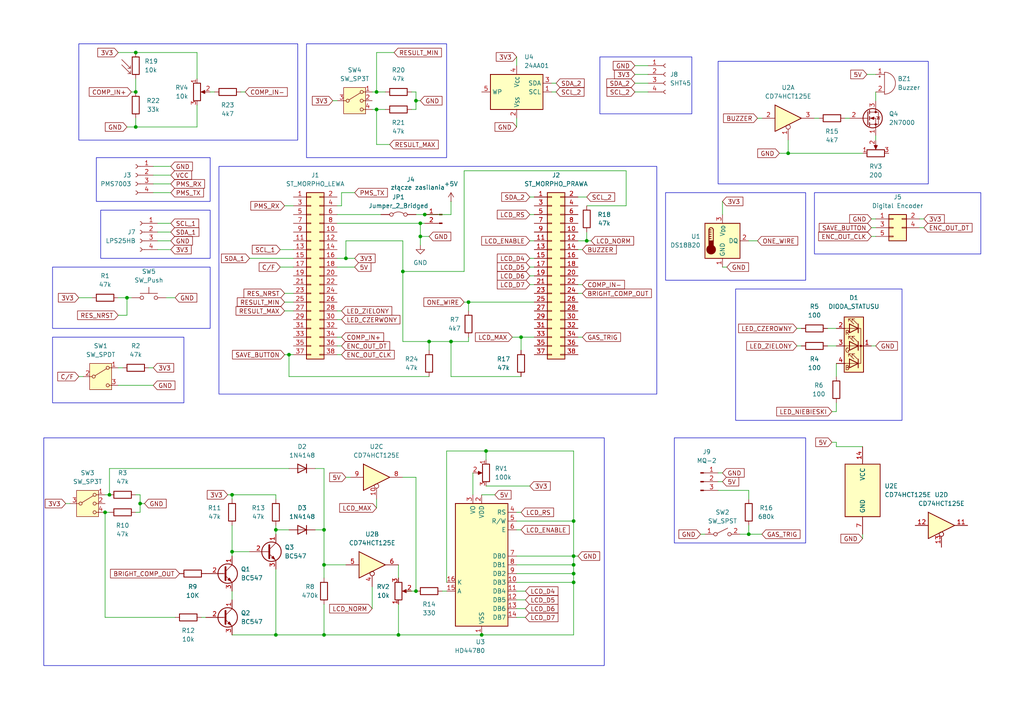
<source format=kicad_sch>
(kicad_sch (version 20231120) (generator "eeschema") (generator_version "8.0")
  (paper "A4")
  (title_block (title "Domowa stacja pogodowa ") (date "2024-10-21") (rev "1.0"))
  (lib_symbols
    (symbol "74xx:74AHCT125" (pin_names (offset 1.016))
      (property "Reference" "U" (at 0 1.27 0))
      (property "Value" "74AHCT125" (at 0 -1.27 0))
      (symbol "74AHCT125_1_0"
        (pin input inverted (at 0 -6.35 90) (length 4.445) (name "~") (number "1"))
        (pin input line (at -7.62 0 0) (length 3.81) (name "~") (number "2"))
        (pin tri_state line (at 7.62 0 180) (length 3.81) (name "~") (number "3"))
      )
      (symbol "74AHCT125_2_0"
        (pin input inverted (at 0 -6.35 90) (length 4.445) (name "~") (number "4"))
        (pin input line (at -7.62 0 0) (length 3.81) (name "~") (number "5"))
        (pin tri_state line (at 7.62 0 180) (length 3.81) (name "~") (number "6"))
      )
      (symbol "74AHCT125_3_0"
        (pin input inverted (at 0 -6.35 90) (length 4.445) (name "~") (number "10"))
        (pin tri_state line (at 7.62 0 180) (length 3.81) (name "~") (number "8"))
        (pin input line (at -7.62 0 0) (length 3.81) (name "~") (number "9"))
      )
      (symbol "74AHCT125_4_0"
        (pin tri_state line (at 7.62 0 180) (length 3.81) (name "~") (number "11"))
        (pin input line (at -7.62 0 0) (length 3.81) (name "~") (number "12"))
        (pin input inverted (at 0 -6.35 90) (length 4.445) (name "~") (number "13"))
      )
      (symbol "74AHCT125_5_0"
        (pin power_in line (at 0 12.7 270) (length 5.08) (name "VCC") (number "14"))
        (pin power_in line (at 0 -12.7 90) (length 5.08) (name "GND") (number "7"))
      )
    )
    (symbol "Connector:Conn_01x02_Pin" (pin_names (offset 1.016) hide)
      (property "Reference" "J" (at 0 2.54 0))
      (property "Value" "Conn_01x02_Pin" (at 0 -5.08 0))
      (symbol "Conn_01x02_Pin_1_1"
        (pin passive line (at 5.08 0 180) (length 3.81) (name "Pin_1") (number "1"))
        (pin passive line (at 5.08 -2.54 180) (length 3.81) (name "Pin_2") (number "2"))
      )
    )
    (symbol "Connector:Conn_01x03_Pin" (pin_names (offset 1.016) hide)
      (property "Reference" "J" (at 0 5.08 0))
      (property "Value" "Conn_01x03_Pin" (at 0 -5.08 0))
      (symbol "Conn_01x03_Pin_1_1"
        (pin passive line (at 5.08 2.54 180) (length 3.81) (name "Pin_1") (number "1"))
        (pin passive line (at 5.08 0 180) (length 3.81) (name "Pin_2") (number "2"))
        (pin passive line (at 5.08 -2.54 180) (length 3.81) (name "Pin_3") (number "3"))
      )
    )
    (symbol "Connector:Conn_01x04_Socket" (pin_names (offset 1.016) hide)
      (property "Reference" "J" (at 0 5.08 0))
      (property "Value" "Conn_01x04_Socket" (at 0 -7.62 0))
      (symbol "Conn_01x04_Socket_1_1"
        (pin passive line (at -5.08 2.54 0) (length 3.81) (name "Pin_1") (number "1"))
        (pin passive line (at -5.08 0 0) (length 3.81) (name "Pin_2") (number "2"))
        (pin passive line (at -5.08 -2.54 0) (length 3.81) (name "Pin_3") (number "3"))
        (pin passive line (at -5.08 -5.08 0) (length 3.81) (name "Pin_4") (number "4"))
      )
    )
    (symbol "Connector_Generic:Conn_02x19_Odd_Even" (pin_names (offset 1.016) hide)
      (property "Reference" "J" (at 1.27 25.4 0))
      (property "Value" "Conn_02x19_Odd_Even" (at 1.27 -25.4 0))
      (symbol "Conn_02x19_Odd_Even_1_1"
        (pin passive line (at -5.08 22.86 0) (length 3.81) (name "Pin_1") (number "1"))
        (pin passive line (at 7.62 12.7 180) (length 3.81) (name "Pin_10") (number "10"))
        (pin passive line (at -5.08 10.16 0) (length 3.81) (name "Pin_11") (number "11"))
        (pin passive line (at 7.62 10.16 180) (length 3.81) (name "Pin_12") (number "12"))
        (pin passive line (at -5.08 7.62 0) (length 3.81) (name "Pin_13") (number "13"))
        (pin passive line (at 7.62 7.62 180) (length 3.81) (name "Pin_14") (number "14"))
        (pin passive line (at -5.08 5.08 0) (length 3.81) (name "Pin_15") (number "15"))
        (pin passive line (at 7.62 5.08 180) (length 3.81) (name "Pin_16") (number "16"))
        (pin passive line (at -5.08 2.54 0) (length 3.81) (name "Pin_17") (number "17"))
        (pin passive line (at 7.62 2.54 180) (length 3.81) (name "Pin_18") (number "18"))
        (pin passive line (at -5.08 0 0) (length 3.81) (name "Pin_19") (number "19"))
        (pin passive line (at 7.62 22.86 180) (length 3.81) (name "Pin_2") (number "2"))
        (pin passive line (at 7.62 0 180) (length 3.81) (name "Pin_20") (number "20"))
        (pin passive line (at -5.08 -2.54 0) (length 3.81) (name "Pin_21") (number "21"))
        (pin passive line (at 7.62 -2.54 180) (length 3.81) (name "Pin_22") (number "22"))
        (pin passive line (at -5.08 -5.08 0) (length 3.81) (name "Pin_23") (number "23"))
        (pin passive line (at 7.62 -5.08 180) (length 3.81) (name "Pin_24") (number "24"))
        (pin passive line (at -5.08 -7.62 0) (length 3.81) (name "Pin_25") (number "25"))
        (pin passive line (at 7.62 -7.62 180) (length 3.81) (name "Pin_26") (number "26"))
        (pin passive line (at -5.08 -10.16 0) (length 3.81) (name "Pin_27") (number "27"))
        (pin passive line (at 7.62 -10.16 180) (length 3.81) (name "Pin_28") (number "28"))
        (pin passive line (at -5.08 -12.7 0) (length 3.81) (name "Pin_29") (number "29"))
        (pin passive line (at -5.08 20.32 0) (length 3.81) (name "Pin_3") (number "3"))
        (pin passive line (at 7.62 -12.7 180) (length 3.81) (name "Pin_30") (number "30"))
        (pin passive line (at -5.08 -15.24 0) (length 3.81) (name "Pin_31") (number "31"))
        (pin passive line (at 7.62 -15.24 180) (length 3.81) (name "Pin_32") (number "32"))
        (pin passive line (at -5.08 -17.78 0) (length 3.81) (name "Pin_33") (number "33"))
        (pin passive line (at 7.62 -17.78 180) (length 3.81) (name "Pin_34") (number "34"))
        (pin passive line (at -5.08 -20.32 0) (length 3.81) (name "Pin_35") (number "35"))
        (pin passive line (at 7.62 -20.32 180) (length 3.81) (name "Pin_36") (number "36"))
        (pin passive line (at -5.08 -22.86 0) (length 3.81) (name "Pin_37") (number "37"))
        (pin passive line (at 7.62 -22.86 180) (length 3.81) (name "Pin_38") (number "38"))
        (pin passive line (at 7.62 20.32 180) (length 3.81) (name "Pin_4") (number "4"))
        (pin passive line (at -5.08 17.78 0) (length 3.81) (name "Pin_5") (number "5"))
        (pin passive line (at 7.62 17.78 180) (length 3.81) (name "Pin_6") (number "6"))
        (pin passive line (at -5.08 15.24 0) (length 3.81) (name "Pin_7") (number "7"))
        (pin passive line (at 7.62 15.24 180) (length 3.81) (name "Pin_8") (number "8"))
        (pin passive line (at -5.08 12.7 0) (length 3.81) (name "Pin_9") (number "9"))
      )
    )
    (symbol "Connector_Generic:Conn_2Rows-05Pins" (pin_names (offset 1.016) hide)
      (property "Reference" "J" (at 1.27 5.08 0))
      (property "Value" "Conn_2Rows-05Pins" (at 1.27 -5.08 0))
      (symbol "Conn_2Rows-05Pins_1_1"
        (pin passive line (at -5.08 2.54 0) (length 3.81) (name "Pin_1") (number "1"))
        (pin passive line (at 7.62 2.54 180) (length 3.81) (name "Pin_2") (number "2"))
        (pin passive line (at -5.08 0 0) (length 3.81) (name "Pin_3") (number "3"))
        (pin passive line (at 7.62 0 180) (length 3.81) (name "Pin_4") (number "4"))
        (pin passive line (at -5.08 -2.54 0) (length 3.81) (name "Pin_5") (number "5"))
      )
    )
    (symbol "Device:Buzzer" (pin_names (offset 0.0254) hide)
      (property "Reference" "BZ" (at 3.81 1.27 0))
      (property "Value" "Buzzer" (at 3.81 -1.27 0))
      (symbol "Buzzer_1_1"
        (pin passive line (at -2.54 2.54 0) (length 2.54) (name "+") (number "1"))
        (pin passive line (at -2.54 -2.54 0) (length 2.54) (name "-") (number "2"))
      )
    )
    (symbol "Device:LED_KRGB" (pin_names (offset 0) hide)
      (property "Reference" "D" (at 0 9.398 0))
      (property "Value" "LED_KRGB" (at 0 -8.89 0))
      (symbol "LED_KRGB_0_0"
        (text "B" (at 1.905 -6.35 0) (effects (font (size 1.27 1.27))))
        (text "G" (at 1.905 -1.27 0) (effects (font (size 1.27 1.27))))
        (text "R" (at 1.905 3.81 0) (effects (font (size 1.27 1.27))))
      )
      (symbol "LED_KRGB_1_1"
        (pin passive line (at -5.08 0 0) (length 2.54) (name "K") (number "1"))
        (pin passive line (at 5.08 5.08 180) (length 2.54) (name "RA") (number "2"))
        (pin passive line (at 5.08 0 180) (length 2.54) (name "GA") (number "3"))
        (pin passive line (at 5.08 -5.08 180) (length 2.54) (name "BA") (number "4"))
      )
    )
    (symbol "Device:R" (pin_numbers hide) (pin_names (offset 0))
      (property "Reference" "R" (at 2.032 0 90))
      (property "Value" "R" (at 0 0 90))
      (symbol "R_1_1"
        (pin passive line (at 0 3.81 270) (length 1.27) (name "~") (number "1"))
        (pin passive line (at 0 -3.81 90) (length 1.27) (name "~") (number "2"))
      )
    )
    (symbol "Device:R_Photo" (pin_numbers hide) (pin_names (offset 0))
      (property "Reference" "R" (at 1.27 1.27 0))
      (property "Value" "R_Photo" (at 1.27 0 0))
      (symbol "R_Photo_1_1"
        (pin passive line (at 0 3.81 270) (length 1.27) (name "~") (number "1"))
        (pin passive line (at 0 -3.81 90) (length 1.27) (name "~") (number "2"))
      )
    )
    (symbol "Device:R_Potentiometer" (pin_names (offset 1.016) hide)
      (property "Reference" "RV" (at -4.445 0 90))
      (property "Value" "R_Potentiometer" (at -2.54 0 90))
      (symbol "R_Potentiometer_1_1"
        (pin passive line (at 0 3.81 270) (length 1.27) (name "1") (number "1"))
        (pin passive line (at 3.81 0 180) (length 1.27) (name "2") (number "2"))
        (pin passive line (at 0 -3.81 90) (length 1.27) (name "3") (number "3"))
      )
    )
    (symbol "Diode:1N4148" (pin_numbers hide) (pin_names hide)
      (property "Reference" "D" (at 0 2.54 0))
      (property "Value" "1N4148" (at 0 -2.54 0))
      (symbol "1N4148_1_1"
        (pin passive line (at -3.81 0 0) (length 2.54) (name "K") (number "1"))
        (pin passive line (at 3.81 0 180) (length 2.54) (name "A") (number "2"))
      )
    )
    (symbol "Display_Character:NHD-0420H1Z"
      (property "Reference" "U" (at -6.35 19.05 0))
      (property "Value" "NHD-0420H1Z" (at 5.08 19.05 0))
      (symbol "NHD-0420H1Z_1_1"
        (pin power_in line (at 0 -20.32 90) (length 2.54) (name "VSS") (number "1"))
        (pin bidirectional line (at -10.16 -5.08 0) (length 2.54) (name "DB3") (number "10"))
        (pin bidirectional line (at -10.16 -7.62 0) (length 2.54) (name "DB4") (number "11"))
        (pin bidirectional line (at -10.16 -10.16 0) (length 2.54) (name "DB5") (number "12"))
        (pin bidirectional line (at -10.16 -12.7 0) (length 2.54) (name "DB6") (number "13"))
        (pin bidirectional line (at -10.16 -15.24 0) (length 2.54) (name "DB7") (number "14"))
        (pin passive line (at 10.16 -7.62 180) (length 2.54) (name "A") (number "15"))
        (pin passive line (at 10.16 -5.08 180) (length 2.54) (name "K") (number "16"))
        (pin power_in line (at 0 20.32 270) (length 2.54) (name "VDD") (number "2"))
        (pin power_in line (at 2.54 20.32 270) (length 2.54) (name "VO") (number "3"))
        (pin input line (at -10.16 15.24 0) (length 2.54) (name "RS") (number "4"))
        (pin input line (at -10.16 12.7 0) (length 2.54) (name "R/W") (number "5"))
        (pin input line (at -10.16 10.16 0) (length 2.54) (name "E") (number "6"))
        (pin bidirectional line (at -10.16 2.54 0) (length 2.54) (name "DB0") (number "7"))
        (pin bidirectional line (at -10.16 0 0) (length 2.54) (name "DB1") (number "8"))
        (pin bidirectional line (at -10.16 -2.54 0) (length 2.54) (name "DB2") (number "9"))
      )
    )
    (symbol "Internet_sym:GND" (power) (pin_names (offset 0))
      (property "Value" "GND" (at 0 -3.81 0))
      (symbol "GND_1_1"
        (pin power_in line (at 0 0 270) (length 0) hide (name "GND") (number "1"))
      )
    )
    (symbol "Jumper:Jumper_2_Bridged" (pin_numbers hide) (pin_names (offset 0) hide) (exclude_from_sim yes)
      (property "Reference" "JP" (at 0 1.905 0))
      (property "Value" "Jumper_2_Bridged" (at 0 -2.54 0))
      (symbol "Jumper_2_Bridged_1_1"
        (pin passive line (at -5.08 0 0) (length 2.54) (name "A") (number "1"))
        (pin passive line (at 5.08 0 180) (length 2.54) (name "B") (number "2"))
      )
    )
    (symbol "Memory_EEPROM:24AA02-OT"
      (property "Reference" "U" (at -7.62 6.35 0))
      (property "Value" "24AA02-OT" (at 2.54 -6.35 0))
      (symbol "24AA02-OT_1_1"
        (pin input line (at 10.16 0 180) (length 2.54) (name "SCL") (number "1"))
        (pin power_in line (at 0 -7.62 90) (length 2.54) (name "V_{SS}") (number "2"))
        (pin bidirectional line (at 10.16 2.54 180) (length 2.54) (name "SDA") (number "3"))
        (pin power_in line (at 0 7.62 270) (length 2.54) (name "V_{CC}") (number "4"))
        (pin input line (at -10.16 0 0) (length 2.54) (name "WP") (number "5"))
      )
    )
    (symbol "Sensor_Temperature:DS18B20"
      (property "Reference" "U" (at -3.81 6.35 0))
      (property "Value" "DS18B20" (at 6.35 6.35 0))
      (symbol "DS18B20_1_1"
        (pin power_in line (at 0 -7.62 90) (length 2.54) (name "GND") (number "1"))
        (pin bidirectional line (at 7.62 0 180) (length 2.54) (name "DQ") (number "2"))
        (pin power_in line (at 0 7.62 270) (length 2.54) (name "V_{DD}") (number "3"))
      )
    )
    (symbol "Switch:SW_Push" (pin_numbers hide) (pin_names (offset 1.016) hide)
      (property "Reference" "SW" (at 1.27 2.54 0))
      (property "Value" "SW_Push" (at 0 -1.524 0))
      (symbol "SW_Push_0_1"
        (pin passive line (at -5.08 0 0) (length 2.54) (name "1") (number "1"))
        (pin passive line (at 5.08 0 180) (length 2.54) (name "2") (number "2"))
      )
    )
    (symbol "Switch:SW_SP3T" (pin_names (offset 0) hide)
      (property "Reference" "SW" (at 0 5.08 0))
      (property "Value" "SW_SP3T" (at 0 -5.08 0))
      (symbol "SW_SP3T_1_1"
        (pin passive line (at 5.08 2.54 180) (length 2.54) (name "1") (number "1"))
        (pin passive line (at 5.08 0 180) (length 2.54) (name "2") (number "2"))
        (pin passive line (at -5.08 0 0) (length 2.54) (name "3") (number "3"))
        (pin passive line (at 5.08 -2.54 180) (length 2.54) (name "4") (number "4"))
      )
    )
    (symbol "Switch:SW_SPDT" (pin_names (offset 0) hide)
      (property "Reference" "SW" (at 0 5.08 0))
      (property "Value" "SW_SPDT" (at 0 -5.08 0))
      (symbol "SW_SPDT_1_1"
        (pin passive line (at 5.08 2.54 180) (length 2.54) (name "A") (number "1"))
        (pin passive line (at -5.08 0 0) (length 2.54) (name "B") (number "2"))
        (pin passive line (at 5.08 -2.54 180) (length 2.54) (name "C") (number "3"))
      )
    )
    (symbol "Switch:SW_SPST" (pin_names (offset 0) hide)
      (property "Reference" "SW" (at 0 3.175 0))
      (property "Value" "SW_SPST" (at 0 -2.54 0))
      (symbol "SW_SPST_1_1"
        (pin passive line (at -5.08 0 0) (length 2.54) (name "A") (number "1"))
        (pin passive line (at 5.08 0 180) (length 2.54) (name "B") (number "2"))
      )
    )
    (symbol "Transistor_BJT:BC547" (pin_names (offset 0) hide)
      (property "Reference" "Q" (at 5.08 1.905 0))
      (property "Value" "BC547" (at 5.08 0 0))
      (symbol "BC547_1_1"
        (pin passive line (at 2.54 5.08 270) (length 2.54) (name "C") (number "1"))
        (pin input line (at -5.08 0 0) (length 5.08) (name "B") (number "2"))
        (pin passive line (at 2.54 -5.08 90) (length 2.54) (name "E") (number "3"))
      )
    )
    (symbol "Transistor_FET:2N7000" (pin_names hide)
      (property "Reference" "Q" (at 5.08 1.905 0))
      (property "Value" "2N7000" (at 5.08 0 0))
      (symbol "2N7000_1_1"
        (pin passive line (at 2.54 -5.08 90) (length 2.54) (name "S") (number "1"))
        (pin input line (at -5.08 0 0) (length 2.54) (name "G") (number "2"))
        (pin passive line (at 2.54 5.08 270) (length 2.54) (name "D") (number "3"))
      )
    )
    (symbol "power:+5V" (power) (pin_numbers hide) (pin_names (offset 0) hide)
      (property "Value" "+5V" (at 0 3.556 0))
      (symbol "+5V_1_1"
        (pin power_in line (at 0 0 90) (length 0) (name "~") (number "1"))
      )
    )
  )
  (junction (at 170.18 69.85))
  (junction (at 67.31 143.51))
  (junction (at 39.37 26.67))
  (junction (at 39.37 36.83))
  (junction (at 93.98 163.83))
  (junction (at 30.48 148.59))
  (junction (at 31.75 143.51))
  (junction (at 135.89 87.63))
  (junction (at 140.97 130.81))
  (junction (at 217.17 154.94))
  (junction (at 116.84 78.74))
  (junction (at 115.57 184.15))
  (junction (at 93.98 184.15))
  (junction (at 151.13 97.79))
  (junction (at 109.22 26.67))
  (junction (at 123.19 62.23))
  (junction (at 93.98 153.67))
  (junction (at 166.37 168.91))
  (junction (at 139.7 184.15))
  (junction (at 109.22 31.75))
  (junction (at 130.81 99.06))
  (junction (at 100.33 74.93))
  (junction (at 121.92 64.77))
  (junction (at 40.64 146.05))
  (junction (at 120.65 29.21))
  (junction (at 83.82 102.87))
  (junction (at 166.37 151.13))
  (junction (at 80.01 153.67))
  (junction (at 39.37 15.24))
  (junction (at 120.65 171.45))
  (junction (at 121.92 68.58))
  (junction (at 166.37 161.29))
  (junction (at 166.37 166.37))
  (junction (at 228.6 44.45))
  (junction (at 80.01 184.15))
  (junction (at 67.31 160.02))
  (junction (at 36.83 86.36))
  (junction (at 124.46 99.06))
  (junction (at 166.37 163.83))
  (wire (pts (xy 152.4 171.45) (xy 149.86 171.45)))
  (wire (pts (xy 36.83 86.36) (xy 36.83 91.44)))
  (wire (pts (xy 153.67 69.85) (xy 154.94 69.85)))
  (wire (pts (xy 152.4 176.53) (xy 149.86 176.53)))
  (wire (pts (xy 109.22 31.75) (xy 109.22 41.91)))
  (wire (pts (xy 80.01 184.15) (xy 93.98 184.15)))
  (wire (pts (xy 170.18 59.69) (xy 181.61 59.69)))
  (wire (pts (xy 44.45 55.88) (xy 49.53 55.88)))
  (wire (pts (xy 30.48 143.51) (xy 31.75 143.51)))
  (wire (pts (xy 152.4 173.99) (xy 149.86 173.99)))
  (wire (pts (xy 119.38 31.75) (xy 120.65 31.75)))
  (wire (pts (xy 120.65 138.43) (xy 120.65 171.45)))
  (wire (pts (xy 30.48 148.59) (xy 30.48 179.07)))
  (wire (pts (xy 57.15 30.48) (xy 57.15 36.83)))
  (wire (pts (xy 121.92 64.77) (xy 123.19 64.77)))
  (wire (pts (xy 252.73 66.04) (xy 254 66.04)))
  (wire (pts (xy 266.7 63.5) (xy 267.97 63.5)))
  (wire (pts (xy 80.01 165.1) (xy 80.01 184.15)))
  (wire (pts (xy 71.12 26.67) (xy 69.85 26.67)))
  (wire (pts (xy 153.67 62.23) (xy 154.94 62.23)))
  (wire (pts (xy 67.31 143.51) (xy 66.04 143.51)))
  (wire (pts (xy 109.22 144.78) (xy 109.22 147.32)))
  (wire (pts (xy 236.22 34.29) (xy 237.49 34.29)))
  (wire (pts (xy 124.46 68.58) (xy 121.92 68.58)))
  (wire (pts (xy 109.22 41.91) (xy 113.03 41.91)))
  (wire (pts (xy 80.01 143.51) (xy 67.31 143.51)))
  (wire (pts (xy 93.98 184.15) (xy 115.57 184.15)))
  (wire (pts (xy 107.95 170.18) (xy 107.95 176.53)))
  (wire (pts (xy 242.57 116.84) (xy 242.57 119.38)))
  (wire (pts (xy 209.55 77.47) (xy 210.82 77.47)))
  (wire (pts (xy 184.15 26.67) (xy 187.96 26.67)))
  (wire (pts (xy 80.01 184.15) (xy 67.31 184.15)))
  (wire (pts (xy 72.39 74.93) (xy 85.09 74.93)))
  (wire (pts (xy 116.84 99.06) (xy 124.46 99.06)))
  (wire (pts (xy 217.17 154.94) (xy 220.98 154.94)))
  (wire (pts (xy 109.22 15.24) (xy 114.3 15.24)))
  (wire (pts (xy 240.03 95.25) (xy 242.57 95.25)))
  (wire (pts (xy 109.22 31.75) (xy 111.76 31.75)))
  (wire (pts (xy 130.81 62.23) (xy 123.19 62.23)))
  (wire (pts (xy 166.37 184.15) (xy 166.37 168.91)))
  (wire (pts (xy 82.55 87.63) (xy 85.09 87.63)))
  (wire (pts (xy 149.86 168.91) (xy 166.37 168.91)))
  (wire (pts (xy 130.81 58.42) (xy 130.81 62.23)))
  (wire (pts (xy 83.82 135.89) (xy 31.75 135.89)))
  (wire (pts (xy 22.86 109.22) (xy 24.13 109.22)))
  (wire (pts (xy 166.37 163.83) (xy 166.37 161.29)))
  (wire (pts (xy 129.54 130.81) (xy 140.97 130.81)))
  (wire (pts (xy 40.64 143.51) (xy 39.37 143.51)))
  (wire (pts (xy 232.41 100.33) (xy 231.14 100.33)))
  (wire (pts (xy 232.41 95.25) (xy 231.14 95.25)))
  (wire (pts (xy 57.15 22.86) (xy 57.15 15.24)))
  (wire (pts (xy 82.55 102.87) (xy 83.82 102.87)))
  (wire (pts (xy 217.17 154.94) (xy 214.63 154.94)))
  (wire (pts (xy 39.37 26.67) (xy 38.1 26.67)))
  (wire (pts (xy 83.82 109.22) (xy 83.82 102.87)))
  (wire (pts (xy 120.65 26.67) (xy 120.65 29.21)))
  (wire (pts (xy 48.26 86.36) (xy 50.8 86.36)))
  (wire (pts (xy 120.65 26.67) (xy 119.38 26.67)))
  (wire (pts (xy 252.73 63.5) (xy 254 63.5)))
  (wire (pts (xy 135.89 87.63) (xy 154.94 87.63)))
  (wire (pts (xy 242.57 105.41) (xy 242.57 109.22)))
  (wire (pts (xy 217.17 142.24) (xy 217.17 144.78)))
  (wire (pts (xy 100.33 74.93) (xy 100.33 69.85)))
  (wire (pts (xy 153.67 80.01) (xy 154.94 80.01)))
  (wire (pts (xy 208.28 142.24) (xy 217.17 142.24)))
  (wire (pts (xy 153.67 74.93) (xy 154.94 74.93)))
  (wire (pts (xy 30.48 179.07) (xy 50.8 179.07)))
  (wire (pts (xy 167.64 82.55) (xy 168.91 82.55)))
  (wire (pts (xy 240.03 100.33) (xy 242.57 100.33)))
  (wire (pts (xy 93.98 184.15) (xy 93.98 175.26)))
  (wire (pts (xy 109.22 26.67) (xy 111.76 26.67)))
  (wire (pts (xy 67.31 152.4) (xy 67.31 160.02)))
  (wire (pts (xy 137.16 137.16) (xy 137.16 143.51)))
  (wire (pts (xy 241.3 128.27) (xy 242.57 128.27)))
  (wire (pts (xy 39.37 22.86) (xy 39.37 26.67)))
  (wire (pts (xy 82.55 90.17) (xy 85.09 90.17)))
  (wire (pts (xy 39.37 34.29) (xy 39.37 36.83)))
  (wire (pts (xy 97.79 62.23) (xy 110.49 62.23)))
  (wire (pts (xy 19.05 146.05) (xy 20.32 146.05)))
  (wire (pts (xy 252.73 68.58) (xy 254 68.58)))
  (wire (pts (xy 151.13 153.67) (xy 149.86 153.67)))
  (wire (pts (xy 149.86 166.37) (xy 166.37 166.37)))
  (wire (pts (xy 151.13 109.22) (xy 130.81 109.22)))
  (wire (pts (xy 93.98 153.67) (xy 93.98 163.83)))
  (wire (pts (xy 181.61 59.69) (xy 181.61 49.53)))
  (wire (pts (xy 116.84 78.74) (xy 116.84 99.06)))
  (wire (pts (xy 82.55 85.09) (xy 85.09 85.09)))
  (wire (pts (xy 167.64 69.85) (xy 170.18 69.85)))
  (wire (pts (xy 34.29 91.44) (xy 36.83 91.44)))
  (wire (pts (xy 121.92 68.58) (xy 121.92 64.77)))
  (wire (pts (xy 99.06 55.88) (xy 99.06 59.69)))
  (wire (pts (xy 44.45 50.8) (xy 49.53 50.8)))
  (wire (pts (xy 149.86 161.29) (xy 166.37 161.29)))
  (wire (pts (xy 45.72 72.39) (xy 49.53 72.39)))
  (wire (pts (xy 115.57 184.15) (xy 139.7 184.15)))
  (wire (pts (xy 97.79 92.71) (xy 99.06 92.71)))
  (wire (pts (xy 115.57 175.26) (xy 115.57 184.15)))
  (wire (pts (xy 167.64 97.79) (xy 168.91 97.79)))
  (wire (pts (xy 107.95 26.67) (xy 109.22 26.67)))
  (wire (pts (xy 99.06 59.69) (xy 97.79 59.69)))
  (wire (pts (xy 226.06 44.45) (xy 228.6 44.45)))
  (wire (pts (xy 266.7 66.04) (xy 267.97 66.04)))
  (wire (pts (xy 81.28 72.39) (xy 85.09 72.39)))
  (wire (pts (xy 100.33 74.93) (xy 102.87 74.93)))
  (wire (pts (xy 209.55 58.42) (xy 209.55 62.23)))
  (wire (pts (xy 254 26.67) (xy 254 29.21)))
  (wire (pts (xy 67.31 160.02) (xy 72.39 160.02)))
  (wire (pts (xy 116.84 69.85) (xy 116.84 78.74)))
  (wire (pts (xy 97.79 97.79) (xy 99.06 97.79)))
  (wire (pts (xy 124.46 99.06) (xy 130.81 99.06)))
  (wire (pts (xy 44.45 53.34) (xy 49.53 53.34)))
  (wire (pts (xy 97.79 90.17) (xy 99.06 90.17)))
  (wire (pts (xy 97.79 64.77) (xy 121.92 64.77)))
  (wire (pts (xy 67.31 171.45) (xy 67.31 173.99)))
  (wire (pts (xy 208.28 137.16) (xy 209.55 137.16)))
  (wire (pts (xy 124.46 99.06) (xy 124.46 101.6)))
  (wire (pts (xy 91.44 135.89) (xy 93.98 135.89)))
  (wire (pts (xy 151.13 148.59) (xy 149.86 148.59)))
  (wire (pts (xy 184.15 24.13) (xy 187.96 24.13)))
  (wire (pts (xy 97.79 74.93) (xy 100.33 74.93)))
  (wire (pts (xy 82.55 59.69) (xy 85.09 59.69)))
  (wire (pts (xy 228.6 44.45) (xy 250.19 44.45)))
  (wire (pts (xy 166.37 168.91) (xy 166.37 166.37)))
  (wire (pts (xy 228.6 40.64) (xy 228.6 44.45)))
  (wire (pts (xy 120.65 29.21) (xy 120.65 31.75)))
  (wire (pts (xy 140.97 130.81) (xy 166.37 130.81)))
  (wire (pts (xy 36.83 36.83) (xy 39.37 36.83)))
  (wire (pts (xy 100.33 138.43) (xy 101.6 138.43)))
  (wire (pts (xy 140.97 140.97) (xy 153.67 140.97)))
  (wire (pts (xy 184.15 21.59) (xy 187.96 21.59)))
  (wire (pts (xy 107.95 31.75) (xy 109.22 31.75)))
  (wire (pts (xy 129.54 168.91) (xy 129.54 130.81)))
  (wire (pts (xy 167.64 72.39) (xy 168.91 72.39)))
  (wire (pts (xy 208.28 139.7) (xy 209.55 139.7)))
  (wire (pts (xy 203.2 154.94) (xy 204.47 154.94)))
  (wire (pts (xy 139.7 143.51) (xy 143.51 143.51)))
  (wire (pts (xy 80.01 154.94) (xy 80.01 153.67)))
  (wire (pts (xy 149.86 34.29) (xy 149.86 36.83)))
  (wire (pts (xy 152.4 179.07) (xy 149.86 179.07)))
  (wire (pts (xy 100.33 69.85) (xy 116.84 69.85)))
  (wire (pts (xy 43.18 106.68) (xy 44.45 106.68)))
  (wire (pts (xy 39.37 148.59) (xy 40.64 148.59)))
  (wire (pts (xy 83.82 102.87) (xy 85.09 102.87)))
  (wire (pts (xy 34.29 106.68) (xy 35.56 106.68)))
  (wire (pts (xy 167.64 85.09) (xy 168.91 85.09)))
  (wire (pts (xy 134.62 49.53) (xy 134.62 78.74)))
  (wire (pts (xy 115.57 163.83) (xy 115.57 167.64)))
  (wire (pts (xy 242.57 129.54) (xy 250.19 129.54)))
  (wire (pts (xy 116.84 138.43) (xy 120.65 138.43)))
  (wire (pts (xy 134.62 78.74) (xy 116.84 78.74)))
  (wire (pts (xy 118.11 171.45) (xy 120.65 171.45)))
  (wire (pts (xy 151.13 97.79) (xy 154.94 97.79)))
  (wire (pts (xy 45.72 67.31) (xy 49.53 67.31)))
  (wire (pts (xy 242.57 129.54) (xy 242.57 128.27)))
  (wire (pts (xy 120.65 29.21) (xy 121.92 29.21)))
  (wire (pts (xy 160.02 24.13) (xy 161.29 24.13)))
  (wire (pts (xy 45.72 69.85) (xy 49.53 69.85)))
  (wire (pts (xy 151.13 97.79) (xy 151.13 101.6)))
  (wire (pts (xy 39.37 36.83) (xy 57.15 36.83)))
  (wire (pts (xy 80.01 153.67) (xy 83.82 153.67)))
  (wire (pts (xy 120.65 62.23) (xy 123.19 62.23)))
  (wire (pts (xy 217.17 69.85) (xy 219.71 69.85)))
  (wire (pts (xy 96.52 29.21) (xy 97.79 29.21)))
  (wire (pts (xy 245.11 34.29) (xy 246.38 34.29)))
  (wire (pts (xy 81.28 77.47) (xy 85.09 77.47)))
  (wire (pts (xy 251.46 21.59) (xy 254 21.59)))
  (wire (pts (xy 160.02 26.67) (xy 161.29 26.67)))
  (wire (pts (xy 109.22 26.67) (xy 109.22 15.24)))
  (wire (pts (xy 97.79 100.33) (xy 99.06 100.33)))
  (wire (pts (xy 44.45 48.26) (xy 49.53 48.26)))
  (wire (pts (xy 140.97 133.35) (xy 140.97 130.81)))
  (wire (pts (xy 40.64 146.05) (xy 41.91 146.05)))
  (wire (pts (xy 124.46 109.22) (xy 83.82 109.22)))
  (wire (pts (xy 139.7 184.15) (xy 166.37 184.15)))
  (wire (pts (xy 252.73 100.33) (xy 254 100.33)))
  (wire (pts (xy 166.37 130.81) (xy 166.37 151.13)))
  (wire (pts (xy 149.86 16.51) (xy 149.86 19.05)))
  (wire (pts (xy 58.42 179.07) (xy 59.69 179.07)))
  (wire (pts (xy 167.64 57.15) (xy 170.18 57.15)))
  (wire (pts (xy 22.86 86.36) (xy 26.67 86.36)))
  (wire (pts (xy 67.31 160.02) (xy 67.31 161.29)))
  (wire (pts (xy 184.15 19.05) (xy 187.96 19.05)))
  (wire (pts (xy 91.44 153.67) (xy 93.98 153.67)))
  (wire (pts (xy 134.62 87.63) (xy 135.89 87.63)))
  (wire (pts (xy 166.37 151.13) (xy 166.37 161.29)))
  (wire (pts (xy 148.59 97.79) (xy 151.13 97.79)))
  (wire (pts (xy 36.83 86.36) (xy 38.1 86.36)))
  (wire (pts (xy 40.64 146.05) (xy 40.64 148.59)))
  (wire (pts (xy 97.79 102.87) (xy 99.06 102.87)))
  (wire (pts (xy 93.98 135.89) (xy 93.98 153.67)))
  (wire (pts (xy 135.89 99.06) (xy 135.89 97.79)))
  (wire (pts (xy 34.29 86.36) (xy 36.83 86.36)))
  (wire (pts (xy 45.72 64.77) (xy 49.53 64.77)))
  (wire (pts (xy 149.86 151.13) (xy 166.37 151.13)))
  (wire (pts (xy 254 39.37) (xy 254 40.64)))
  (wire (pts (xy 130.81 99.06) (xy 135.89 99.06)))
  (wire (pts (xy 153.67 77.47) (xy 154.94 77.47)))
  (wire (pts (xy 40.64 143.51) (xy 40.64 146.05)))
  (wire (pts (xy 217.17 152.4) (xy 217.17 154.94)))
  (wire (pts (xy 166.37 166.37) (xy 166.37 163.83)))
  (wire (pts (xy 97.79 77.47) (xy 102.87 77.47)))
  (wire (pts (xy 93.98 163.83) (xy 100.33 163.83)))
  (wire (pts (xy 34.29 111.76) (xy 44.45 111.76)))
  (wire (pts (xy 93.98 163.83) (xy 93.98 167.64)))
  (wire (pts (xy 170.18 69.85) (xy 171.45 69.85)))
  (wire (pts (xy 62.23 26.67) (xy 60.96 26.67)))
  (wire (pts (xy 34.29 15.24) (xy 39.37 15.24)))
  (wire (pts (xy 181.61 49.53) (xy 134.62 49.53)))
  (wire (pts (xy 80.01 153.67) (xy 80.01 152.4)))
  (wire (pts (xy 128.27 171.45) (xy 129.54 171.45)))
  (wire (pts (xy 130.81 109.22) (xy 130.81 99.06)))
  (wire (pts (xy 80.01 143.51) (xy 80.01 144.78)))
  (wire (pts (xy 219.71 34.29) (xy 220.98 34.29)))
  (wire (pts (xy 242.57 119.38) (xy 241.3 119.38)))
  (wire (pts (xy 67.31 143.51) (xy 67.31 144.78)))
  (wire (pts (xy 135.89 87.63) (xy 135.89 90.17)))
  (wire (pts (xy 99.06 55.88) (xy 102.87 55.88)))
  (wire (pts (xy 153.67 57.15) (xy 154.94 57.15)))
  (wire (pts (xy 153.67 82.55) (xy 154.94 82.55)))
  (wire (pts (xy 57.15 15.24) (xy 39.37 15.24)))
  (wire (pts (xy 170.18 67.31) (xy 170.18 69.85)))
  (wire (pts (xy 121.92 68.58) (xy 121.92 71.12)))
  (wire (pts (xy 167.64 161.29) (xy 166.37 161.29)))
  (wire (pts (xy 31.75 148.59) (xy 30.48 148.59)))
  (wire (pts (xy 250.19 154.94) (xy 250.19 156.21)))
  (wire (pts (xy 31.75 135.89) (xy 31.75 143.51)))
  (wire (pts (xy 149.86 163.83) (xy 166.37 163.83)))
  (rectangle (start 63.5 48.26) (end 190.5 114.3))
  (rectangle (start 29.21 60.96) (end 60.96 74.93))
  (rectangle (start 27.94 45.72) (end 60.96 58.42))
  (rectangle (start 12.7 127) (end 175.26 193.04))
  (rectangle (start 88.9 12.7) (end 129.54 45.72))
  (rectangle (start 92.71 53.34) (end 92.71 53.34))
  (rectangle (start 15.24 97.79) (end 53.34 116.84))
  (rectangle (start 95.25 53.34) (end 95.25 53.34))
  (rectangle (start 195.58 127) (end 233.68 157.48))
  (rectangle (start 22.86 12.7) (end 86.36 40.64))
  (rectangle (start 236.22 55.88) (end 284.48 73.66))
  (rectangle (start 208.28 17.78) (end 269.24 53.34))
  (rectangle (start 193.04 55.88) (end 233.68 81.28))
  (rectangle (start 92.71 53.34) (end 92.71 53.34))
  (rectangle (start 173.99 16.51) (end 200.66 33.02))
  (rectangle (start 213.36 83.82) (end 261.62 121.92))
  (rectangle (start 15.24 77.47) (end 60.96 95.25))
  (global_label "SDA_2" (shape input) (at 153.67 57.15 180) (property "Intersheetrefs" "${INTERSHEET_REFS}" (effects (hide yes))))
  (global_label "SCL_2" (shape input) (at 184.15 26.67 180) (property "Intersheetrefs" "${INTERSHEET_REFS}" (effects (hide yes))))
  (global_label "RESULT_MAX" (shape input) (at 82.55 90.17 180) (property "Intersheetrefs" "${INTERSHEET_REFS}" (effects (hide yes))))
  (global_label "GND" (shape input) (at 254 100.33 0) (property "Intersheetrefs" "${INTERSHEET_REFS}" (effects (hide yes))))
  (global_label "LCD_RS" (shape input) (at 151.13 148.59 0) (property "Intersheetrefs" "${INTERSHEET_REFS}" (effects (hide yes))))
  (global_label "LED_CZEROWNY" (shape input) (at 231.14 95.25 180) (property "Intersheetrefs" "${INTERSHEET_REFS}" (effects (hide yes))))
  (global_label "SDA_1" (shape input) (at 49.53 67.31 0) (property "Intersheetrefs" "${INTERSHEET_REFS}" (effects (hide yes))))
  (global_label "COMP_IN+" (shape input) (at 38.1 26.67 180) (property "Intersheetrefs" "${INTERSHEET_REFS}" (effects (hide yes))))
  (global_label "ENC_OUT_DT" (shape input) (at 99.06 100.33 0) (property "Intersheetrefs" "${INTERSHEET_REFS}" (effects (hide yes))))
  (global_label "5V" (shape input) (at 251.46 21.59 180) (property "Intersheetrefs" "${INTERSHEET_REFS}" (effects (hide yes))))
  (global_label "GND" (shape input) (at 44.45 111.76 0) (property "Intersheetrefs" "${INTERSHEET_REFS}" (effects (hide yes))))
  (global_label "PMS_TX" (shape input) (at 102.87 55.88 0) (property "Intersheetrefs" "${INTERSHEET_REFS}" (effects (hide yes))))
  (global_label "LCD_D7" (shape input) (at 153.67 82.55 180) (property "Intersheetrefs" "${INTERSHEET_REFS}" (effects (hide yes))))
  (global_label "3V3" (shape input) (at 19.05 146.05 180) (property "Intersheetrefs" "${INTERSHEET_REFS}" (effects (hide yes))))
  (global_label "3V3" (shape input) (at 102.87 74.93 0) (property "Intersheetrefs" "${INTERSHEET_REFS}" (effects (hide yes))))
  (global_label "SCL_2" (shape input) (at 170.18 57.15 0) (property "Intersheetrefs" "${INTERSHEET_REFS}" (effects (hide yes))))
  (global_label "GND" (shape input) (at 210.82 77.47 0) (property "Intersheetrefs" "${INTERSHEET_REFS}" (effects (hide yes))))
  (global_label "3V3" (shape input) (at 34.29 15.24 180) (property "Intersheetrefs" "${INTERSHEET_REFS}" (effects (hide yes))))
  (global_label "BRIGHT_COMP_OUT" (shape input) (at 168.91 85.09 0) (property "Intersheetrefs" "${INTERSHEET_REFS}" (effects (hide yes))))
  (global_label "LCD_D4" (shape input) (at 153.67 74.93 180) (property "Intersheetrefs" "${INTERSHEET_REFS}" (effects (hide yes))))
  (global_label "ENC_OUT_DT" (shape input) (at 267.97 66.04 0) (property "Intersheetrefs" "${INTERSHEET_REFS}" (effects (hide yes))))
  (global_label "LCD_RS" (shape input) (at 153.67 62.23 180) (property "Intersheetrefs" "${INTERSHEET_REFS}" (effects (hide yes))))
  (global_label "LCD_MAX" (shape input) (at 148.59 97.79 180) (property "Intersheetrefs" "${INTERSHEET_REFS}" (effects (hide yes))))
  (global_label "5V" (shape input) (at 102.87 77.47 0) (property "Intersheetrefs" "${INTERSHEET_REFS}" (effects (hide yes))))
  (global_label "GAS_TRIG" (shape input) (at 220.98 154.94 0) (property "Intersheetrefs" "${INTERSHEET_REFS}" (effects (hide yes))))
  (global_label "GND" (shape input) (at 252.73 63.5 180) (property "Intersheetrefs" "${INTERSHEET_REFS}" (effects (hide yes))))
  (global_label "3V3" (shape input) (at 96.52 29.21 180) (property "Intersheetrefs" "${INTERSHEET_REFS}" (effects (hide yes))))
  (global_label "GND" (shape input) (at 209.55 137.16 0) (property "Intersheetrefs" "${INTERSHEET_REFS}" (effects (hide yes))))
  (global_label "GAS_TRIG" (shape input) (at 168.91 97.79 0) (property "Intersheetrefs" "${INTERSHEET_REFS}" (effects (hide yes))))
  (global_label "GND" (shape input) (at 167.64 161.29 0) (property "Intersheetrefs" "${INTERSHEET_REFS}" (effects (hide yes))))
  (global_label "3V3" (shape input) (at 49.53 72.39 0) (property "Intersheetrefs" "${INTERSHEET_REFS}" (effects (hide yes))))
  (global_label "SDA_2" (shape input) (at 184.15 24.13 180) (property "Intersheetrefs" "${INTERSHEET_REFS}" (effects (hide yes))))
  (global_label "5V" (shape input) (at 100.33 138.43 180) (property "Intersheetrefs" "${INTERSHEET_REFS}" (effects (hide yes))))
  (global_label "LCD_D4" (shape input) (at 152.4 171.45 0) (property "Intersheetrefs" "${INTERSHEET_REFS}" (effects (hide yes))))
  (global_label "GND" (shape input) (at 36.83 36.83 180) (property "Intersheetrefs" "${INTERSHEET_REFS}" (effects (hide yes))))
  (global_label "VCC" (shape input) (at 49.53 50.8 0) (property "Intersheetrefs" "${INTERSHEET_REFS}" (effects (hide yes))))
  (global_label "PMS_TX" (shape input) (at 49.53 55.88 0) (property "Intersheetrefs" "${INTERSHEET_REFS}" (effects (hide yes))))
  (global_label "BUZZER" (shape input) (at 168.91 72.39 0) (property "Intersheetrefs" "${INTERSHEET_REFS}" (effects (hide yes))))
  (global_label "GND" (shape input) (at 184.15 19.05 180) (property "Intersheetrefs" "${INTERSHEET_REFS}" (effects (hide yes))))
  (global_label "C{slash}F" (shape input) (at 22.86 109.22 180) (property "Intersheetrefs" "${INTERSHEET_REFS}" (effects (hide yes))))
  (global_label "3V3" (shape input) (at 44.45 106.68 0) (property "Intersheetrefs" "${INTERSHEET_REFS}" (effects (hide yes))))
  (global_label "ONE_WIRE" (shape input) (at 134.62 87.63 180) (property "Intersheetrefs" "${INTERSHEET_REFS}" (effects (hide yes))))
  (global_label "C{slash}F" (shape input) (at 81.28 77.47 180) (property "Intersheetrefs" "${INTERSHEET_REFS}" (effects (hide yes))))
  (global_label "GND" (shape input) (at 226.06 44.45 180) (property "Intersheetrefs" "${INTERSHEET_REFS}" (effects (hide yes))))
  (global_label "LCD_D6" (shape input) (at 153.67 80.01 180) (property "Intersheetrefs" "${INTERSHEET_REFS}" (effects (hide yes))))
  (global_label "3V3" (shape input) (at 209.55 58.42 0) (property "Intersheetrefs" "${INTERSHEET_REFS}" (effects (hide yes))))
  (global_label "LCD_NORM" (shape input) (at 107.95 176.53 180) (property "Intersheetrefs" "${INTERSHEET_REFS}" (effects (hide yes))))
  (global_label "GND" (shape input) (at 250.19 156.21 180) (property "Intersheetrefs" "${INTERSHEET_REFS}" (effects (hide yes))))
  (global_label "PMS_RX" (shape input) (at 82.55 59.69 180) (property "Intersheetrefs" "${INTERSHEET_REFS}" (effects (hide yes))))
  (global_label "GND" (shape input) (at 41.91 146.05 0) (property "Intersheetrefs" "${INTERSHEET_REFS}" (effects (hide yes))))
  (global_label "SCL_1" (shape input) (at 49.53 64.77 0) (property "Intersheetrefs" "${INTERSHEET_REFS}" (effects (hide yes))))
  (global_label "LCD_NORM" (shape input) (at 171.45 69.85 0) (property "Intersheetrefs" "${INTERSHEET_REFS}" (effects (hide yes))))
  (global_label "LED_ZIELONY" (shape input) (at 99.06 90.17 0) (property "Intersheetrefs" "${INTERSHEET_REFS}" (effects (hide yes))))
  (global_label "LCD_ENABLE" (shape input) (at 151.13 153.67 0) (property "Intersheetrefs" "${INTERSHEET_REFS}" (effects (hide yes))))
  (global_label "GND" (shape input) (at 49.53 69.85 0) (property "Intersheetrefs" "${INTERSHEET_REFS}" (effects (hide yes))))
  (global_label "3V3" (shape input) (at 22.86 86.36 180) (property "Intersheetrefs" "${INTERSHEET_REFS}" (effects (hide yes))))
  (global_label "GND" (shape input) (at 50.8 86.36 0) (property "Intersheetrefs" "${INTERSHEET_REFS}" (effects (hide yes))))
  (global_label "GND" (shape input) (at 203.2 154.94 180) (property "Intersheetrefs" "${INTERSHEET_REFS}" (effects (hide yes))))
  (global_label "5V" (shape input) (at 241.3 128.27 180) (property "Intersheetrefs" "${INTERSHEET_REFS}" (effects (hide yes))))
  (global_label "GND" (shape input) (at 149.86 36.83 180) (property "Intersheetrefs" "${INTERSHEET_REFS}" (effects (hide yes))))
  (global_label "ONE_WIRE" (shape input) (at 219.71 69.85 0) (property "Intersheetrefs" "${INTERSHEET_REFS}" (effects (hide yes))))
  (global_label "5V" (shape input) (at 209.55 139.7 0) (property "Intersheetrefs" "${INTERSHEET_REFS}" (effects (hide yes))))
  (global_label "ENC_OUT_CLK" (shape input) (at 252.73 68.58 180) (property "Intersheetrefs" "${INTERSHEET_REFS}" (effects (hide yes))))
  (global_label "COMP_IN+" (shape input) (at 99.06 97.79 0) (property "Intersheetrefs" "${INTERSHEET_REFS}" (effects (hide yes))))
  (global_label "GND" (shape input) (at 124.46 68.58 0) (property "Intersheetrefs" "${INTERSHEET_REFS}" (effects (hide yes))))
  (global_label "COMP_IN-" (shape input) (at 71.12 26.67 0) (property "Intersheetrefs" "${INTERSHEET_REFS}" (effects (hide yes))))
  (global_label "SCL_1" (shape input) (at 81.28 72.39 180) (property "Intersheetrefs" "${INTERSHEET_REFS}" (effects (hide yes))))
  (global_label "3V3" (shape input) (at 184.15 21.59 180) (property "Intersheetrefs" "${INTERSHEET_REFS}" (effects (hide yes))))
  (global_label "PMS_RX" (shape input) (at 49.53 53.34 0) (property "Intersheetrefs" "${INTERSHEET_REFS}" (effects (hide yes))))
  (global_label "LED_NIEBIESKI" (shape input) (at 241.3 119.38 180) (property "Intersheetrefs" "${INTERSHEET_REFS}" (effects (hide yes))))
  (global_label "SDA_2" (shape input) (at 161.29 24.13 0) (property "Intersheetrefs" "${INTERSHEET_REFS}" (effects (hide yes))))
  (global_label "RES_NRST" (shape input) (at 34.29 91.44 180) (property "Intersheetrefs" "${INTERSHEET_REFS}" (effects (hide yes))))
  (global_label "GND" (shape input) (at 49.53 48.26 0) (property "Intersheetrefs" "${INTERSHEET_REFS}" (effects (hide yes))))
  (global_label "RES_NRST" (shape input) (at 82.55 85.09 180) (property "Intersheetrefs" "${INTERSHEET_REFS}" (effects (hide yes))))
  (global_label "SDA_1" (shape input) (at 72.39 74.93 180) (property "Intersheetrefs" "${INTERSHEET_REFS}" (effects (hide yes))))
  (global_label "3V3" (shape input) (at 66.04 143.51 180) (property "Intersheetrefs" "${INTERSHEET_REFS}" (effects (hide yes))))
  (global_label "RESULT_MAX" (shape input) (at 113.03 41.91 0) (property "Intersheetrefs" "${INTERSHEET_REFS}" (effects (hide yes))))
  (global_label "LED_ZIELONY" (shape input) (at 231.14 100.33 180) (property "Intersheetrefs" "${INTERSHEET_REFS}" (effects (hide yes))))
  (global_label "GND" (shape input) (at 121.92 29.21 0) (property "Intersheetrefs" "${INTERSHEET_REFS}" (effects (hide yes))))
  (global_label "BUZZER" (shape input) (at 219.71 34.29 180) (property "Intersheetrefs" "${INTERSHEET_REFS}" (effects (hide yes))))
  (global_label "SAVE_BUTTON" (shape input) (at 252.73 66.04 180) (property "Intersheetrefs" "${INTERSHEET_REFS}" (effects (hide yes))))
  (global_label "5V" (shape input) (at 143.51 143.51 0) (property "Intersheetrefs" "${INTERSHEET_REFS}" (effects (hide yes))))
  (global_label "3V3" (shape input) (at 153.67 140.97 0) (property "Intersheetrefs" "${INTERSHEET_REFS}" (effects (hide yes))))
  (global_label "ENC_OUT_CLK" (shape input) (at 99.06 102.87 0) (property "Intersheetrefs" "${INTERSHEET_REFS}" (effects (hide yes))))
  (global_label "COMP_IN-" (shape input) (at 168.91 82.55 0) (property "Intersheetrefs" "${INTERSHEET_REFS}" (effects (hide yes))))
  (global_label "SAVE_BUTTON" (shape input) (at 82.55 102.87 180) (property "Intersheetrefs" "${INTERSHEET_REFS}" (effects (hide yes))))
  (global_label "SCL_2" (shape input) (at 161.29 26.67 0) (property "Intersheetrefs" "${INTERSHEET_REFS}" (effects (hide yes))))
  (global_label "RESULT_MIN" (shape input) (at 82.55 87.63 180) (property "Intersheetrefs" "${INTERSHEET_REFS}" (effects (hide yes))))
  (global_label "LCD_D7" (shape input) (at 152.4 179.07 0) (property "Intersheetrefs" "${INTERSHEET_REFS}" (effects (hide yes))))
  (global_label "LCD_ENABLE" (shape input) (at 153.67 69.85 180) (property "Intersheetrefs" "${INTERSHEET_REFS}" (effects (hide yes))))
  (global_label "LCD_D6" (shape input) (at 152.4 176.53 0) (property "Intersheetrefs" "${INTERSHEET_REFS}" (effects (hide yes))))
  (global_label "RESULT_MIN" (shape input) (at 114.3 15.24 0) (property "Intersheetrefs" "${INTERSHEET_REFS}" (effects (hide yes))))
  (global_label "3V3" (shape input) (at 267.97 63.5 0) (property "Intersheetrefs" "${INTERSHEET_REFS}" (effects (hide yes))))
  (global_label "LCD_MAX" (shape input) (at 109.22 147.32 180) (property "Intersheetrefs" "${INTERSHEET_REFS}" (effects (hide yes))))
  (global_label "LCD_D5" (shape input) (at 153.67 77.47 180) (property "Intersheetrefs" "${INTERSHEET_REFS}" (effects (hide yes))))
  (global_label "3V3" (shape input) (at 149.86 16.51 180) (property "Intersheetrefs" "${INTERSHEET_REFS}" (effects (hide yes))))
  (global_label "LED_CZERWONY" (shape input) (at 99.06 92.71 0) (property "Intersheetrefs" "${INTERSHEET_REFS}" (effects (hide yes))))
  (global_label "BRIGHT_COMP_OUT" (shape input) (at 52.07 166.37 180) (property "Intersheetrefs" "${INTERSHEET_REFS}" (effects (hide yes))))
  (global_label "LCD_D5" (shape input) (at 152.4 173.99 0) (property "Intersheetrefs" "${INTERSHEET_REFS}" (effects (hide yes))))
  (symbol (lib_id "74xx:74AHCT125") (at 250.19 142.24 0) (unit 5)
    (property "Reference" "U2" (at 256.54 140.9699 0) (effects (justify left)))
    (property "Value" "CD74HCT125E" (at 256.54 143.5099 0) (effects (justify left)))
    (property "Footprint" "Package_DIP:DIP-14_W7.62mm" (effects (hide yes)))
    (property "Datasheet" "https://www.ti.com/lit/ds/symlink/sn74ahct125.pdf" (effects (hide yes)))
    (property "Description" "Quadruple Bus Buffer Gates With 3-State Outputs" (effects (hide yes)))
  )
  (symbol (lib_id "Device:R") (at 35.56 148.59 270) (unit 1)
    (property "Reference" "R10" (at 35.56 152.4 90))
    (property "Value" "47k" (at 35.56 154.94 90))
    (property "Footprint" "Resistor_THT:R_Axial_DIN0411_L9.9mm_D3.6mm_P12.70mm_Horizontal" (effects (hide yes)))
    (property "Description" "Resistor" (effects (hide yes)))
  )
  (symbol (lib_id "74xx:74AHCT125") (at 228.6 34.29 0) (unit 1)
    (property "Reference" "U2" (at 228.6 25.4 0))
    (property "Value" "CD74HCT125E" (at 228.6 27.94 0))
    (property "Footprint" "Package_DIP:DIP-14_W7.62mm" (effects (hide yes)))
    (property "Datasheet" "https://www.ti.com/lit/ds/symlink/sn74ahct125.pdf" (effects (hide yes)))
    (property "Description" "Quadruple Bus Buffer Gates With 3-State Outputs" (effects (hide yes)))
  )
  (symbol (lib_id "Device:R") (at 55.88 166.37 270) (unit 1)
    (property "Reference" "R9" (at 55.88 170.18 90))
    (property "Value" "10K" (at 55.88 172.72 90))
    (property "Footprint" "Resistor_THT:R_Axial_DIN0411_L9.9mm_D3.6mm_P12.70mm_Horizontal" (effects (hide yes)))
    (property "Description" "Resistor" (effects (hide yes)))
  )
  (symbol (lib_id "Connector:Conn_01x03_Pin") (at 203.2 139.7 0) (unit 1)
    (property "Reference" "J9" (at 204.978 131.064 0))
    (property "Value" "MQ-2" (at 204.978 133.604 0))
    (property "Footprint" "Connector_PinSocket_2.54mm:PinSocket_1x03_P2.54mm_Vertical" (effects (hide yes)))
    (property "Description" "Generic connector, single row, 01x03, script generated" (effects (hide yes)))
  )
  (symbol (lib_id "Device:R") (at 151.13 105.41 180) (unit 1)
    (property "Reference" "R17" (at 146.05 104.14 0))
    (property "Value" "47k" (at 146.05 106.68 0))
    (property "Footprint" "Resistor_THT:R_Axial_DIN0411_L9.9mm_D3.6mm_P12.70mm_Horizontal" (effects (hide yes)))
    (property "Description" "Resistor" (effects (hide yes)))
  )
  (symbol (lib_id "Device:R") (at 115.57 26.67 270) (mirror x) (unit 1)
    (property "Reference" "R20" (at 115.57 20.32 90))
    (property "Value" "47k" (at 115.57 22.86 90))
    (property "Footprint" "Resistor_THT:R_Axial_DIN0411_L9.9mm_D3.6mm_P12.70mm_Horizontal" (effects (hide yes)))
    (property "Description" "Resistor" (effects (hide yes)))
  )
  (symbol (lib_id "Device:R_Potentiometer") (at 254 44.45 90) (unit 1)
    (property "Reference" "RV3" (at 254 48.26 90))
    (property "Value" "200" (at 254 50.8 90))
    (property "Footprint" "Potentiometer_THT:Potentiometer_ACP_CA9-H5_Horizontal" (effects (hide yes)))
    (property "Description" "Potentiometer" (effects (hide yes)))
  )
  (symbol (lib_id "Connector:Conn_01x04_Socket") (at 40.64 67.31 0) (mirror y) (unit 1)
    (property "Reference" "J7" (at 39.37 67.3099 0) (effects (justify left)))
    (property "Value" "LPS25HB" (at 39.37 69.8499 0) (effects (justify left)))
    (property "Footprint" "Connector_PinSocket_2.54mm:PinSocket_1x04_P2.54mm_Vertical" (effects (hide yes)))
    (property "Description" "Generic connector, single row, 01x04, script generated" (effects (hide yes)))
  )
  (symbol (lib_id "Connector:Conn_01x04_Socket") (at 39.37 50.8 0) (mirror y) (unit 1)
    (property "Reference" "J3" (at 38.1 50.7999 0) (effects (justify left)))
    (property "Value" "PMS7003" (at 38.1 53.3399 0) (effects (justify left)))
    (property "Footprint" "Connector_PinHeader_2.54mm:PinHeader_1x04_P2.54mm_Vertical" (effects (hide yes)))
    (property "Description" "Generic connector, single row, 01x04, script generated" (effects (hide yes)))
  )
  (symbol (lib_id "Switch:SW_SP3T") (at 102.87 29.21 0) (unit 1)
    (property "Reference" "SW4" (at 102.87 20.32 0))
    (property "Value" "SW_SP3T" (at 102.87 22.86 0))
    (property "Description" "Switch, three position, single pole triple throw, 3 position switch, SP3T" (effects (hide yes)))
  )
  (symbol (lib_id "Device:R") (at 236.22 100.33 270) (unit 1)
    (property "Reference" "R4" (at 236.22 104.14 90))
    (property "Value" "100" (at 236.22 106.68 90))
    (property "Footprint" "Resistor_THT:R_Axial_DIN0411_L9.9mm_D3.6mm_P12.70mm_Horizontal" (effects (hide yes)))
    (property "Description" "Resistor" (effects (hide yes)))
  )
  (symbol (lib_id "Device:R") (at 135.89 93.98 180) (unit 1)
    (property "Reference" "R7" (at 131.826 92.71 0))
    (property "Value" "4k7" (at 131.826 95.25 0))
    (property "Footprint" "Resistor_THT:R_Axial_DIN0411_L9.9mm_D3.6mm_P12.70mm_Horizontal" (effects (hide yes)))
    (property "Description" "Resistor" (effects (hide yes)))
  )
  (symbol (lib_id "Device:R") (at 242.57 113.03 180) (unit 1)
    (property "Reference" "R6" (at 237.49 111.76 0))
    (property "Value" "100" (at 237.49 114.3 0))
    (property "Footprint" "Resistor_THT:R_Axial_DIN0411_L9.9mm_D3.6mm_P12.70mm_Horizontal" (effects (hide yes)))
    (property "Description" "Resistor" (effects (hide yes)))
  )
  (symbol (lib_id "Diode:1N4148") (at 87.63 135.89 0) (mirror y) (unit 1)
    (property "Reference" "D2" (at 87.63 129.54 0))
    (property "Value" "1N4148" (at 87.63 132.08 0))
    (property "Footprint" "Diode_THT:D_DO-35_SOD27_P7.62mm_Horizontal" (effects (hide yes)))
    (property "Datasheet" "https://assets.nexperia.com/documents/data-sheet/1N4148_1N4448.pdf" (effects (hide yes)))
    (property "Description" "100V 0.15A standard switching diode, DO-35" (effects (hide yes)))
    (property "Sim.Device" "D" (effects (hide yes)))
    (property "Sim.Pins" "1=K 2=A" (effects (hide yes)))
  )
  (symbol (lib_id "Device:R") (at 67.31 148.59 180) (unit 1)
    (property "Reference" "R11" (at 62.23 147.32 0))
    (property "Value" "47k" (at 62.23 149.86 0))
    (property "Footprint" "Resistor_THT:R_Axial_DIN0411_L9.9mm_D3.6mm_P12.70mm_Horizontal" (effects (hide yes)))
    (property "Description" "Resistor" (effects (hide yes)))
  )
  (symbol (lib_id "Device:R") (at 54.61 179.07 270) (unit 1)
    (property "Reference" "R12" (at 54.61 182.88 90))
    (property "Value" "10k" (at 54.61 185.42 90))
    (property "Footprint" "Resistor_THT:R_Axial_DIN0411_L9.9mm_D3.6mm_P12.70mm_Horizontal" (effects (hide yes)))
    (property "Description" "Resistor" (effects (hide yes)))
  )
  (symbol (lib_id "Internet_sym:GND") (at 121.92 71.12 0) (unit 1)
    (property "Reference" "#PWR02" (effects (hide yes)))
    (property "Value" "GND" (at 121.92 76.2 0))
    (property "Description" "Power symbol creates a global label with name \"GND\" , ground" (effects (hide yes)))
  )
  (symbol (lib_id "Device:R") (at 39.37 106.68 90) (unit 1)
    (property "Reference" "R2" (at 39.37 100.33 90))
    (property "Value" "47k" (at 39.37 102.87 90))
    (property "Footprint" "Resistor_THT:R_Axial_DIN0411_L9.9mm_D3.6mm_P12.70mm_Horizontal" (effects (hide yes)))
    (property "Description" "Resistor" (effects (hide yes)))
  )
  (symbol (lib_id "Device:R") (at 217.17 148.59 0) (mirror x) (unit 1)
    (property "Reference" "R16" (at 222.25 147.32 0))
    (property "Value" "680k" (at 222.25 149.86 0))
    (property "Footprint" "Resistor_THT:R_Axial_DIN0411_L9.9mm_D3.6mm_P12.70mm_Horizontal" (effects (hide yes)))
    (property "Description" "Resistor" (effects (hide yes)))
  )
  (symbol (lib_id "Device:LED_KRGB") (at 247.65 100.33 0) (mirror y) (unit 1)
    (property "Reference" "D1" (at 247.65 86.36 0))
    (property "Value" "DIODA_STATUSU" (at 247.65 88.9 0))
    (property "Footprint" "LED_THT:LED_D5.0mm-4_RGB" (effects (hide yes)))
    (property "Description" "RGB LED, cathode/red/green/blue" (effects (hide yes)))
  )
  (symbol (lib_id "Transistor_BJT:BC547") (at 64.77 166.37 0) (unit 1)
    (property "Reference" "Q1" (at 69.85 165.0999 0) (effects (justify left)))
    (property "Value" "BC547" (at 69.85 167.6399 0) (effects (justify left)))
    (property "Footprint" "Package_TO_SOT_THT:TO-92_Inline" (effects (hide yes)))
    (property "Datasheet" "https://www.onsemi.com/pub/Collateral/BC550-D.pdf" (effects (hide yes)))
    (property "Description" "0.1A Ic, 45V Vce, Small Signal NPN Transistor, TO-92" (effects (hide yes)))
  )
  (symbol (lib_id "Device:R") (at 124.46 171.45 270) (unit 1)
    (property "Reference" "R14" (at 124.46 175.26 90))
    (property "Value" "330" (at 124.46 177.8 90))
    (property "Footprint" "Resistor_THT:R_Axial_DIN0411_L9.9mm_D3.6mm_P12.70mm_Horizontal" (effects (hide yes)))
    (property "Description" "Resistor" (effects (hide yes)))
  )
  (symbol (lib_id "Connector_Generic:Conn_2Rows-05Pins") (at 259.08 66.04 0) (unit 1)
    (property "Reference" "J5" (at 260.35 57.15 0))
    (property "Value" "Digital Encoder" (at 260.35 59.69 0))
    (property "Description" "Generic connector, double row, 05 pins, odd/even pin numbering scheme (row 1 odd numbers, row 2 even numbers), script generated (kicad-library-utils/schlib/autogen/connector/)" (effects (hide yes)))
  )
  (symbol (lib_id "Device:R") (at 236.22 95.25 270) (mirror x) (unit 1)
    (property "Reference" "R5" (at 236.22 88.9 90))
    (property "Value" "100" (at 236.22 91.44 90))
    (property "Footprint" "Resistor_THT:R_Axial_DIN0411_L9.9mm_D3.6mm_P12.70mm_Horizontal" (effects (hide yes)))
    (property "Description" "Resistor" (effects (hide yes)))
  )
  (symbol (lib_id "74xx:74AHCT125") (at 109.22 138.43 0) (unit 3)
    (property "Reference" "U2" (at 109.22 129.54 0))
    (property "Value" "CD74HCT125E" (at 109.22 132.08 0))
    (property "Footprint" "Package_DIP:DIP-14_W7.62mm" (effects (hide yes)))
    (property "Datasheet" "https://www.ti.com/lit/ds/symlink/sn74ahct125.pdf" (effects (hide yes)))
    (property "Description" "Quadruple Bus Buffer Gates With 3-State Outputs" (effects (hide yes)))
  )
  (symbol (lib_id "Device:R") (at 30.48 86.36 90) (unit 1)
    (property "Reference" "R1" (at 30.48 80.01 90))
    (property "Value" "47k" (at 30.48 82.55 90))
    (property "Footprint" "Resistor_THT:R_Axial_DIN0411_L9.9mm_D3.6mm_P12.70mm_Horizontal" (effects (hide yes)))
    (property "Description" "Resistor" (effects (hide yes)))
  )
  (symbol (lib_id "Connector:Conn_01x04_Socket") (at 193.04 21.59 0) (unit 1)
    (property "Reference" "J8" (at 194.31 21.5899 0) (effects (justify left)))
    (property "Value" "SHT45" (at 194.31 24.1299 0) (effects (justify left)))
    (property "Footprint" "Connector_PinSocket_2.54mm:PinSocket_1x04_P2.54mm_Vertical" (effects (hide yes)))
    (property "Description" "Generic connector, single row, 01x04, script generated" (effects (hide yes)))
  )
  (symbol (lib_id "Switch:SW_Push") (at 43.18 86.36 0) (unit 1)
    (property "Reference" "SW5" (at 43.18 78.74 0))
    (property "Value" "SW_Push" (at 43.18 81.28 0))
    (property "Description" "Push button switch, generic, two pins" (effects (hide yes)))
  )
  (symbol (lib_id "Device:R") (at 39.37 30.48 0) (mirror x) (unit 1)
    (property "Reference" "R22" (at 44.45 29.21 0))
    (property "Value" "33k" (at 44.45 31.75 0))
    (property "Footprint" "Resistor_THT:R_Axial_DIN0411_L9.9mm_D3.6mm_P12.70mm_Horizontal" (effects (hide yes)))
    (property "Description" "Resistor" (effects (hide yes)))
  )
  (symbol (lib_id "Device:R") (at 80.01 148.59 180) (unit 1)
    (property "Reference" "R13" (at 74.93 147.32 0))
    (property "Value" "47k" (at 74.93 149.86 0))
    (property "Footprint" "Resistor_THT:R_Axial_DIN0411_L9.9mm_D3.6mm_P12.70mm_Horizontal" (effects (hide yes)))
    (property "Description" "Resistor" (effects (hide yes)))
  )
  (symbol (lib_id "Device:R") (at 35.56 143.51 270) (mirror x) (unit 1)
    (property "Reference" "R3" (at 35.56 137.16 90))
    (property "Value" "47k" (at 35.56 139.7 90))
    (property "Footprint" "Resistor_THT:R_Axial_DIN0411_L9.9mm_D3.6mm_P12.70mm_Horizontal" (effects (hide yes)))
    (property "Description" "Resistor" (effects (hide yes)))
  )
  (symbol (lib_id "Device:R") (at 66.04 26.67 270) (unit 1)
    (property "Reference" "R23" (at 66.04 30.48 90))
    (property "Value" "4k7" (at 66.04 33.02 90))
    (property "Footprint" "Resistor_THT:R_Axial_DIN0411_L9.9mm_D3.6mm_P12.70mm_Horizontal" (effects (hide yes)))
    (property "Description" "Resistor" (effects (hide yes)))
  )
  (symbol (lib_id "Switch:SW_SPST") (at 209.55 154.94 0) (unit 1)
    (property "Reference" "SW2" (at 209.55 148.59 0))
    (property "Value" "SW_SPST" (at 209.55 151.13 0))
    (property "Description" "Single Pole Single Throw (SPST) switch" (effects (hide yes)))
  )
  (symbol (lib_id "Device:R") (at 170.18 63.5 0) (mirror x) (unit 1)
    (property "Reference" "R18" (at 175.26 62.23 0))
    (property "Value" "47k" (at 175.26 64.77 0))
    (property "Footprint" "Resistor_THT:R_Axial_DIN0411_L9.9mm_D3.6mm_P12.70mm_Horizontal" (effects (hide yes)))
    (property "Description" "Resistor" (effects (hide yes)))
  )
  (symbol (lib_id "Jumper:Jumper_2_Bridged") (at 115.57 62.23 0) (unit 1) (exclude_from_sim yes)
    (property "Reference" "JP1" (at 115.57 57.15 0))
    (property "Value" "Jumper_2_Bridged" (at 115.57 59.69 0))
    (property "Footprint" "TestPoint:TestPoint_2Pads_Pitch2.54mm_Drill0.8mm" (effects (hide yes)))
    (property "Description" "Jumper, 2-pole, closed/bridged" (effects (hide yes)))
  )
  (symbol (lib_id "Memory_EEPROM:24AA02-OT") (at 149.86 26.67 0) (unit 1)
    (property "Reference" "U4" (at 152.0541 16.51 0) (effects (justify left)))
    (property "Value" "24AA01" (at 152.0541 19.05 0) (effects (justify left)))
    (property "Footprint" "Package_TO_SOT_SMD:SOT-23-5" (effects (hide yes)))
    (property "Datasheet" "http://ww1.microchip.com/downloads/en/DeviceDoc/21709J.pdf" (effects (hide yes)))
    (property "Description" "I2C Serial EEPROM, 2Kb, SOT-23" (effects (hide yes)))
  )
  (symbol (lib_id "Switch:SW_SP3T") (at 25.4 146.05 0) (unit 1)
    (property "Reference" "SW3" (at 25.4 137.16 0))
    (property "Value" "SW_SP3T" (at 25.4 139.7 0))
    (property "Description" "Switch, three position, single pole triple throw, 3 position switch, SP3T" (effects (hide yes)))
  )
  (symbol (lib_id "Transistor_BJT:BC547") (at 77.47 160.02 0) (unit 1)
    (property "Reference" "Q3" (at 82.55 158.7499 0) (effects (justify left)))
    (property "Value" "BC547" (at 82.55 161.2899 0) (effects (justify left)))
    (property "Footprint" "Package_TO_SOT_THT:TO-92_Inline" (effects (hide yes)))
    (property "Datasheet" "https://www.onsemi.com/pub/Collateral/BC550-D.pdf" (effects (hide yes)))
    (property "Description" "0.1A Ic, 45V Vce, Small Signal NPN Transistor, TO-92" (effects (hide yes)))
  )
  (symbol (lib_id "Device:R_Potentiometer") (at 115.57 171.45 0) (mirror x) (unit 1)
    (property "Reference" "RV2" (at 113.03 170.1799 0) (effects (justify right)))
    (property "Value" "10k" (at 113.03 172.7199 0) (effects (justify right)))
    (property "Footprint" "Potentiometer_THT:Potentiometer_Piher_T-16H_Single_Horizontal" (effects (hide yes)))
    (property "Description" "Potentiometer" (effects (hide yes)))
  )
  (symbol (lib_id "74xx:74AHCT125") (at 107.95 163.83 0) (unit 2)
    (property "Reference" "U2" (at 107.95 154.94 0))
    (property "Value" "CD74HCT125E" (at 107.95 157.48 0))
    (property "Footprint" "Package_DIP:DIP-14_W7.62mm" (effects (hide yes)))
    (property "Datasheet" "https://www.ti.com/lit/ds/symlink/sn74ahct125.pdf" (effects (hide yes)))
    (property "Description" "Quadruple Bus Buffer Gates With 3-State Outputs" (effects (hide yes)))
  )
  (symbol (lib_id "Sensor_Temperature:DS18B20") (at 209.55 69.85 0) (unit 1)
    (property "Reference" "U1" (at 203.2 68.5799 0) (effects (justify right)))
    (property "Value" "DS18B20" (at 203.2 71.1199 0) (effects (justify right)))
    (property "Footprint" "Package_TO_SOT_THT:TO-92_Inline" (effects (hide yes)))
    (property "Datasheet" "http://datasheets.maximintegrated.com/en/ds/DS18B20.pdf" (effects (hide yes)))
    (property "Description" "Programmable Resolution 1-Wire Digital Thermometer TO-92" (effects (hide yes)))
  )
  (symbol (lib_id "Switch:SW_SPDT") (at 29.21 109.22 0) (unit 1)
    (property "Reference" "SW1" (at 29.21 100.33 0))
    (property "Value" "SW_SPDT" (at 29.21 102.87 0))
    (property "Description" "Switch, single pole double throw" (effects (hide yes)))
  )
  (symbol (lib_id "Connector_Generic:Conn_02x19_Odd_Even") (at 90.17 80.01 0) (unit 1)
    (property "Reference" "J1" (at 91.44 50.8 0))
    (property "Value" "ST_MORPHO_LEWA" (at 91.44 53.34 0))
    (property "Footprint" "Connector_PinHeader_2.54mm:PinHeader_2x19_P2.54mm_Vertical" (effects (hide yes)))
    (property "Description" "Generic connector, double row, 02x19, odd/even pin numbering scheme (row 1 odd numbers, row 2 even numbers), script generated (kicad-library-utils/schlib/autogen/connector/)" (effects (hide yes)))
  )
  (symbol (lib_id "Transistor_FET:2N7000") (at 251.46 34.29 0) (unit 1)
    (property "Reference" "Q4" (at 257.81 33.0199 0) (effects (justify left)))
    (property "Value" "2N7000" (at 257.81 35.5599 0) (effects (justify left)))
    (property "Footprint" "Package_TO_SOT_THT:TO-92_Inline" (effects (hide yes)))
    (property "Datasheet" "https://www.vishay.com/docs/70226/70226.pdf" (effects (hide yes)))
    (property "Description" "0.2A Id, 200V Vds, N-Channel MOSFET, 2.6V Logic Level, TO-92" (effects (hide yes)))
  )
  (symbol (lib_id "Transistor_BJT:BC547") (at 64.77 179.07 0) (unit 1)
    (property "Reference" "Q2" (at 69.85 177.7999 0) (effects (justify left)))
    (property "Value" "BC547" (at 69.85 180.3399 0) (effects (justify left)))
    (property "Footprint" "Package_TO_SOT_THT:TO-92_Inline" (effects (hide yes)))
    (property "Datasheet" "https://www.onsemi.com/pub/Collateral/BC550-D.pdf" (effects (hide yes)))
    (property "Description" "0.1A Ic, 45V Vce, Small Signal NPN Transistor, TO-92" (effects (hide yes)))
  )
  (symbol (lib_id "74xx:74AHCT125") (at 273.05 152.4 0) (unit 4)
    (property "Reference" "U2" (at 273.05 143.51 0))
    (property "Value" "CD74HCT125E" (at 273.05 146.05 0))
    (property "Footprint" "Package_DIP:DIP-14_W7.62mm" (effects (hide yes)))
    (property "Datasheet" "https://www.ti.com/lit/ds/symlink/sn74ahct125.pdf" (effects (hide yes)))
    (property "Description" "Quadruple Bus Buffer Gates With 3-State Outputs" (effects (hide yes)))
  )
  (symbol (lib_id "Device:Buzzer") (at 256.54 24.13 0) (unit 1)
    (property "Reference" "BZ1" (at 260.35 22.8599 0) (effects (justify left)))
    (property "Value" "Buzzer" (at 260.35 25.3999 0) (effects (justify left)))
    (property "Footprint" "Buzzer_Beeper:Buzzer_D14mm_H7mm_P10mm" (effects (hide yes)))
    (property "Description" "Buzzer, polarized" (effects (hide yes)))
  )
  (symbol (lib_id "Diode:1N4148") (at 87.63 153.67 0) (mirror y) (unit 1)
    (property "Reference" "D3" (at 87.63 147.32 0))
    (property "Value" "1N4148" (at 87.63 149.86 0))
    (property "Footprint" "Diode_THT:D_DO-35_SOD27_P7.62mm_Horizontal" (effects (hide yes)))
    (property "Datasheet" "https://assets.nexperia.com/documents/data-sheet/1N4148_1N4448.pdf" (effects (hide yes)))
    (property "Description" "100V 0.15A standard switching diode, DO-35" (effects (hide yes)))
    (property "Sim.Device" "D" (effects (hide yes)))
    (property "Sim.Pins" "1=K 2=A" (effects (hide yes)))
  )
  (symbol (lib_id "Device:R_Photo") (at 39.37 19.05 0) (unit 1)
    (property "Reference" "R19" (at 41.91 17.7799 0) (effects (justify left)))
    (property "Value" "10k" (at 41.91 20.3199 0) (effects (justify left)))
    (property "Footprint" "OptoDevice:R_LDR_5.1x4.3mm_P3.4mm_Vertical" (effects (hide yes)))
    (property "Description" "Photoresistor" (effects (hide yes)))
  )
  (symbol (lib_id "power:+5V") (at 130.81 58.42 0) (unit 1)
    (property "Reference" "#PWR01" (effects (hide yes)))
    (property "Value" "+5V" (at 130.81 53.34 0))
    (property "Description" "Power symbol creates a global label with name \"+5V\"" (effects (hide yes)))
  )
  (symbol (lib_id "Device:R") (at 241.3 34.29 270) (unit 1)
    (property "Reference" "R15" (at 241.3 38.1 90))
    (property "Value" "4k7" (at 241.3 40.64 90))
    (property "Footprint" "Resistor_THT:R_Axial_DIN0411_L9.9mm_D3.6mm_P12.70mm_Horizontal" (effects (hide yes)))
    (property "Description" "Resistor" (effects (hide yes)))
  )
  (symbol (lib_id "Display_Character:NHD-0420H1Z") (at 139.7 163.83 0) (mirror y) (unit 1)
    (property "Reference" "U3" (at 140.716 186.182 0) (effects (justify left)))
    (property "Value" "HD44780" (at 140.716 188.722 0) (effects (justify left)))
    (property "Footprint" "Display:NHD-0420H1Z" (effects (hide yes)))
    (property "Datasheet" "http://www.newhavendisplay.com/specs/NHD-0420H1Z-FSW-GBW-33V3.pdf" (effects (hide yes)))
    (property "Description" "LCD 20x4 Alphanumeric 16pin Blue/White/Green Backlight, 8bit parallel, 3.3V VDD" (effects (hide yes)))
  )
  (symbol (lib_id "Connector_Generic:Conn_02x19_Odd_Even") (at 160.02 80.01 0) (unit 1)
    (property "Reference" "J2" (at 161.29 50.8 0))
    (property "Value" "ST_MORPHO_PRAWA" (at 161.29 53.34 0))
    (property "Footprint" "Connector_PinSocket_2.54mm:PinSocket_2x19_P2.54mm_Vertical" (effects (hide yes)))
    (property "Description" "Generic connector, double row, 02x19, odd/even pin numbering scheme (row 1 odd numbers, row 2 even numbers), script generated (kicad-library-utils/schlib/autogen/connector/)" (effects (hide yes)))
  )
  (symbol (lib_id "Device:R") (at 93.98 171.45 180) (unit 1)
    (property "Reference" "R8" (at 89.916 170.18 0))
    (property "Value" "470k" (at 89.916 172.72 0))
    (property "Footprint" "Resistor_THT:R_Axial_DIN0411_L9.9mm_D3.6mm_P12.70mm_Horizontal" (effects (hide yes)))
    (property "Description" "Resistor" (effects (hide yes)))
  )
  (symbol (lib_id "Device:R") (at 115.57 31.75 270) (unit 1)
    (property "Reference" "R21" (at 115.57 35.56 90))
    (property "Value" "47k" (at 115.57 38.1 90))
    (property "Footprint" "Resistor_THT:R_Axial_DIN0411_L9.9mm_D3.6mm_P12.70mm_Horizontal" (effects (hide yes)))
    (property "Description" "Resistor" (effects (hide yes)))
  )
  (symbol (lib_id "Device:R_Potentiometer") (at 140.97 137.16 0) (mirror y) (unit 1)
    (property "Reference" "RV1" (at 143.51 135.8899 0) (effects (justify right)))
    (property "Value" "100k" (at 143.51 138.4299 0) (effects (justify right)))
    (property "Footprint" "Potentiometer_THT:Potentiometer_Piher_T-16H_Single_Horizontal" (effects (hide yes)))
    (property "Description" "Potentiometer" (effects (hide yes)))
  )
  (symbol (lib_id "Connector:Conn_01x02_Pin") (at 128.27 62.23 0) (mirror y) (unit 1)
    (property "Reference" "J4" (at 119.126 52.07 0))
    (property "Value" "złącze zasilania" (at 121.158 54.356 0))
    (property "Footprint" "Connector_PinHeader_2.54mm:PinHeader_1x02_P2.54mm_Vertical" (effects (hide yes)))
    (property "Description" "Generic connector, single row, 01x02, script generated" (effects (hide yes)))
  )
  (symbol (lib_id "Device:R") (at 124.46 105.41 180) (unit 1)
    (property "Reference" "R24" (at 119.38 104.14 0))
    (property "Value" "47k" (at 119.38 106.68 0))
    (property "Footprint" "Resistor_THT:R_Axial_DIN0411_L9.9mm_D3.6mm_P12.70mm_Horizontal" (effects (hide yes)))
    (property "Description" "Resistor" (effects (hide yes)))
  )
  (symbol (lib_id "Device:R_Potentiometer") (at 57.15 26.67 0) (unit 1)
    (property "Reference" "RV4" (at 54.61 25.3999 0) (effects (justify right)))
    (property "Value" "10k" (at 54.61 27.9399 0) (effects (justify right)))
    (property "Footprint" "Potentiometer_THT:Potentiometer_Piher_T-16H_Single_Horizontal" (effects (hide yes)))
    (property "Description" "Potentiometer" (effects (hide yes)))
  )
)
</source>
